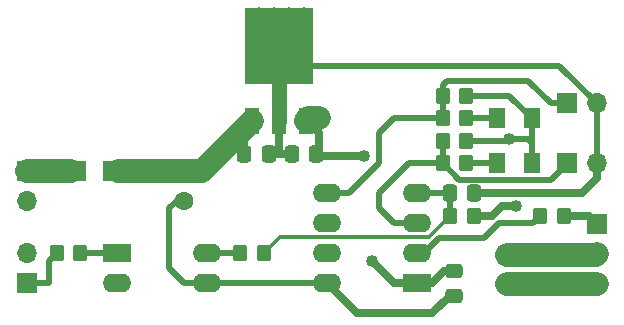
<source format=gtl>
G04 #@! TF.GenerationSoftware,KiCad,Pcbnew,(6.0.7-1)-1*
G04 #@! TF.CreationDate,2022-09-25T23:08:59-07:00*
G04 #@! TF.ProjectId,RCSMCtrl,5243534d-4374-4726-9c2e-6b696361645f,n/c*
G04 #@! TF.SameCoordinates,Original*
G04 #@! TF.FileFunction,Copper,L1,Top*
G04 #@! TF.FilePolarity,Positive*
%FSLAX46Y46*%
G04 Gerber Fmt 4.6, Leading zero omitted, Abs format (unit mm)*
G04 Created by KiCad (PCBNEW (6.0.7-1)-1) date 2022-09-25 23:08:59*
%MOMM*%
%LPD*%
G01*
G04 APERTURE LIST*
G04 Aperture macros list*
%AMRoundRect*
0 Rectangle with rounded corners*
0 $1 Rounding radius*
0 $2 $3 $4 $5 $6 $7 $8 $9 X,Y pos of 4 corners*
0 Add a 4 corners polygon primitive as box body*
4,1,4,$2,$3,$4,$5,$6,$7,$8,$9,$2,$3,0*
0 Add four circle primitives for the rounded corners*
1,1,$1+$1,$2,$3*
1,1,$1+$1,$4,$5*
1,1,$1+$1,$6,$7*
1,1,$1+$1,$8,$9*
0 Add four rect primitives between the rounded corners*
20,1,$1+$1,$2,$3,$4,$5,0*
20,1,$1+$1,$4,$5,$6,$7,0*
20,1,$1+$1,$6,$7,$8,$9,0*
20,1,$1+$1,$8,$9,$2,$3,0*%
G04 Aperture macros list end*
G04 #@! TA.AperFunction,SMDPad,CuDef*
%ADD10RoundRect,0.250000X0.350000X0.450000X-0.350000X0.450000X-0.350000X-0.450000X0.350000X-0.450000X0*%
G04 #@! TD*
G04 #@! TA.AperFunction,SMDPad,CuDef*
%ADD11R,2.500000X1.800000*%
G04 #@! TD*
G04 #@! TA.AperFunction,SMDPad,CuDef*
%ADD12RoundRect,0.250000X-0.337500X-0.475000X0.337500X-0.475000X0.337500X0.475000X-0.337500X0.475000X0*%
G04 #@! TD*
G04 #@! TA.AperFunction,ComponentPad*
%ADD13R,1.700000X1.700000*%
G04 #@! TD*
G04 #@! TA.AperFunction,ComponentPad*
%ADD14O,1.700000X1.700000*%
G04 #@! TD*
G04 #@! TA.AperFunction,SMDPad,CuDef*
%ADD15RoundRect,0.250001X-0.462499X-0.624999X0.462499X-0.624999X0.462499X0.624999X-0.462499X0.624999X0*%
G04 #@! TD*
G04 #@! TA.AperFunction,SMDPad,CuDef*
%ADD16R,1.200000X2.200000*%
G04 #@! TD*
G04 #@! TA.AperFunction,SMDPad,CuDef*
%ADD17R,5.800000X6.400000*%
G04 #@! TD*
G04 #@! TA.AperFunction,ComponentPad*
%ADD18R,1.600000X1.600000*%
G04 #@! TD*
G04 #@! TA.AperFunction,ComponentPad*
%ADD19C,1.600000*%
G04 #@! TD*
G04 #@! TA.AperFunction,SMDPad,CuDef*
%ADD20RoundRect,0.250000X0.337500X0.475000X-0.337500X0.475000X-0.337500X-0.475000X0.337500X-0.475000X0*%
G04 #@! TD*
G04 #@! TA.AperFunction,ComponentPad*
%ADD21R,2.400000X1.600000*%
G04 #@! TD*
G04 #@! TA.AperFunction,ComponentPad*
%ADD22O,2.400000X1.600000*%
G04 #@! TD*
G04 #@! TA.AperFunction,SMDPad,CuDef*
%ADD23RoundRect,0.250000X-0.475000X0.337500X-0.475000X-0.337500X0.475000X-0.337500X0.475000X0.337500X0*%
G04 #@! TD*
G04 #@! TA.AperFunction,ViaPad*
%ADD24C,1.016000*%
G04 #@! TD*
G04 #@! TA.AperFunction,Conductor*
%ADD25C,0.304800*%
G04 #@! TD*
G04 #@! TA.AperFunction,Conductor*
%ADD26C,0.508000*%
G04 #@! TD*
G04 #@! TA.AperFunction,Conductor*
%ADD27C,1.270000*%
G04 #@! TD*
G04 #@! TA.AperFunction,Conductor*
%ADD28C,0.635000*%
G04 #@! TD*
G04 #@! TA.AperFunction,Conductor*
%ADD29C,2.032000*%
G04 #@! TD*
G04 APERTURE END LIST*
D10*
X131810000Y-80010000D03*
X129810000Y-80010000D03*
D11*
X102330000Y-84455000D03*
X98330000Y-84455000D03*
D12*
X113007500Y-82975000D03*
X115082500Y-82975000D03*
D13*
X94615000Y-84450000D03*
D14*
X94615000Y-86990000D03*
D15*
X134402500Y-83820000D03*
X137377500Y-83820000D03*
D10*
X140065000Y-88265000D03*
X138065000Y-88265000D03*
X131810000Y-78105000D03*
X129810000Y-78105000D03*
D16*
X113670000Y-80190000D03*
D17*
X115950000Y-73890000D03*
D16*
X115950000Y-80190000D03*
X118230000Y-80190000D03*
D15*
X134402500Y-80010000D03*
X137377500Y-80010000D03*
D10*
X132460000Y-88265000D03*
X130460000Y-88265000D03*
D18*
X135255000Y-91527621D03*
D19*
X135255000Y-94027621D03*
D13*
X142875000Y-88915000D03*
D14*
X142875000Y-91455000D03*
X142875000Y-93995000D03*
D13*
X140330000Y-78740000D03*
D14*
X142870000Y-78740000D03*
D13*
X140330000Y-83820000D03*
D14*
X142870000Y-83820000D03*
D20*
X119125000Y-82975000D03*
X117050000Y-82975000D03*
D12*
X130422500Y-86360000D03*
X132497500Y-86360000D03*
D21*
X102220000Y-91435000D03*
D22*
X102220000Y-93975000D03*
X109840000Y-93975000D03*
X109840000Y-91435000D03*
D13*
X94615000Y-93980000D03*
D14*
X94615000Y-91440000D03*
D23*
X130810000Y-92942500D03*
X130810000Y-95017500D03*
D10*
X131810000Y-81915000D03*
X129810000Y-81915000D03*
X114665000Y-91440000D03*
X112665000Y-91440000D03*
X99155000Y-91440000D03*
X97155000Y-91440000D03*
D21*
X127650000Y-93970000D03*
D22*
X127650000Y-91430000D03*
X127650000Y-88890000D03*
X127650000Y-86350000D03*
X120030000Y-86350000D03*
X120030000Y-88890000D03*
X120030000Y-91430000D03*
X120030000Y-93970000D03*
D18*
X107950000Y-84455000D03*
D19*
X107950000Y-86955000D03*
D10*
X131810000Y-83820000D03*
X129810000Y-83820000D03*
D24*
X114300000Y-72390000D03*
X115570000Y-71120000D03*
X118110000Y-73660000D03*
X115570000Y-72390000D03*
X118110000Y-71120000D03*
X115950000Y-73890000D03*
X118110000Y-76200000D03*
X118110000Y-74930000D03*
X114300000Y-73660000D03*
X116840000Y-72390000D03*
X116840000Y-71120000D03*
X115950000Y-75820000D03*
X114300000Y-74930000D03*
X114300000Y-71120000D03*
X118110000Y-72390000D03*
X114300000Y-76200000D03*
X123825000Y-92075000D03*
X123190000Y-83185000D03*
X119380000Y-80010000D03*
X136016012Y-87385000D03*
X135436500Y-81763787D03*
D25*
X116062600Y-90042400D02*
X128682600Y-90042400D01*
X114665000Y-91440000D02*
X116062600Y-90042400D01*
D26*
X130422500Y-86360000D02*
X130422500Y-88227500D01*
D25*
X128682600Y-90042400D02*
X130460000Y-88265000D01*
D26*
X127660000Y-86360000D02*
X127650000Y-86350000D01*
X130422500Y-86360000D02*
X127660000Y-86360000D01*
X130422500Y-88227500D02*
X130460000Y-88265000D01*
D27*
X115950000Y-75820000D02*
X115950000Y-73890000D01*
D26*
X109840000Y-93975000D02*
X107945000Y-93975000D01*
X142870000Y-78740000D02*
X142870000Y-83820000D01*
X120025000Y-93975000D02*
X120030000Y-93970000D01*
D28*
X115995000Y-82975000D02*
X117050000Y-82975000D01*
D29*
X142842379Y-94027621D02*
X142875000Y-93995000D01*
D28*
X128905000Y-96520000D02*
X122580000Y-96520000D01*
D26*
X139695000Y-75565000D02*
X118745000Y-75565000D01*
D28*
X115950000Y-80190000D02*
X115950000Y-82930000D01*
D26*
X106680000Y-87630000D02*
X107355000Y-86955000D01*
D28*
X115950000Y-82930000D02*
X115995000Y-82975000D01*
X130407500Y-95017500D02*
X128905000Y-96520000D01*
X115082500Y-82975000D02*
X115995000Y-82975000D01*
D26*
X109840000Y-93975000D02*
X120025000Y-93975000D01*
D28*
X122580000Y-96520000D02*
X120030000Y-93970000D01*
D27*
X115950000Y-80190000D02*
X115950000Y-75820000D01*
D26*
X142870000Y-78740000D02*
X139695000Y-75565000D01*
D28*
X142875000Y-85090000D02*
X142870000Y-85085000D01*
X142870000Y-85085000D02*
X142870000Y-83820000D01*
D26*
X107945000Y-93975000D02*
X106680000Y-92710000D01*
D28*
X132497500Y-86360000D02*
X141605000Y-86360000D01*
X141605000Y-86360000D02*
X142875000Y-85090000D01*
D26*
X106680000Y-92710000D02*
X106680000Y-87630000D01*
D28*
X130810000Y-95017500D02*
X130407500Y-95017500D01*
D26*
X118745000Y-75565000D02*
X118110000Y-74930000D01*
X107355000Y-86955000D02*
X107950000Y-86955000D01*
D29*
X135255000Y-94027621D02*
X142842379Y-94027621D01*
X107950000Y-84455000D02*
X109405000Y-84455000D01*
X109405000Y-84455000D02*
X113670000Y-80190000D01*
D28*
X113007500Y-82975000D02*
X113007500Y-80852500D01*
D29*
X102330000Y-84455000D02*
X107950000Y-84455000D01*
D28*
X113007500Y-80852500D02*
X113670000Y-80190000D01*
X123190000Y-83185000D02*
X119335000Y-83185000D01*
X119335000Y-83185000D02*
X119125000Y-82975000D01*
D29*
X142802379Y-91527621D02*
X142875000Y-91455000D01*
D28*
X118290000Y-80190000D02*
X119380000Y-81280000D01*
X119380000Y-82720000D02*
X119125000Y-82975000D01*
D26*
X137377500Y-82132500D02*
X137008787Y-81763787D01*
D29*
X135255000Y-91527621D02*
X142802379Y-91527621D01*
X118410000Y-80010000D02*
X118230000Y-80190000D01*
D28*
X130810000Y-92942500D02*
X129942500Y-92942500D01*
X118230000Y-80190000D02*
X118290000Y-80190000D01*
D26*
X131810000Y-81915000D02*
X135285287Y-81915000D01*
D28*
X132460000Y-88265000D02*
X133985000Y-88265000D01*
X134865000Y-87385000D02*
X136016012Y-87385000D01*
X119380000Y-81280000D02*
X119380000Y-82720000D01*
D26*
X131810000Y-78105000D02*
X135472500Y-78105000D01*
D28*
X128905000Y-93980000D02*
X127660000Y-93980000D01*
X127650000Y-93970000D02*
X125720000Y-93970000D01*
X125720000Y-93970000D02*
X123825000Y-92075000D01*
D26*
X137377500Y-82132500D02*
X137377500Y-83820000D01*
D28*
X129942500Y-92942500D02*
X128905000Y-93980000D01*
D26*
X137377500Y-80010000D02*
X137377500Y-82132500D01*
X135285287Y-81915000D02*
X135436500Y-81763787D01*
D28*
X133985000Y-88265000D02*
X134865000Y-87385000D01*
D26*
X137008787Y-81763787D02*
X135436500Y-81763787D01*
D29*
X119380000Y-80010000D02*
X118410000Y-80010000D01*
D26*
X135472500Y-78105000D02*
X137377500Y-80010000D01*
D28*
X127660000Y-93980000D02*
X127650000Y-93970000D01*
D29*
X98330000Y-84455000D02*
X94620000Y-84455000D01*
X94620000Y-84455000D02*
X94615000Y-84450000D01*
D26*
X134402500Y-83820000D02*
X131810000Y-83820000D01*
X134402500Y-80010000D02*
X131810000Y-80010000D01*
X96520000Y-92075000D02*
X96520000Y-93980000D01*
X96520000Y-93980000D02*
X94615000Y-93980000D01*
X97155000Y-91440000D02*
X96520000Y-92075000D01*
X134620000Y-88900000D02*
X137430000Y-88900000D01*
X127650000Y-91430000D02*
X128280000Y-91430000D01*
X137430000Y-88900000D02*
X138065000Y-88265000D01*
X133350000Y-90170000D02*
X134620000Y-88900000D01*
X128280000Y-91430000D02*
X129540000Y-90170000D01*
X129540000Y-90170000D02*
X133350000Y-90170000D01*
X129810000Y-81915000D02*
X129810000Y-83820000D01*
X125730000Y-88900000D02*
X124460000Y-87630000D01*
X127000000Y-83820000D02*
X129810000Y-83820000D01*
X127650000Y-88890000D02*
X125740000Y-88890000D01*
X131171000Y-85181000D02*
X138974000Y-85181000D01*
X138974000Y-85181000D02*
X140330000Y-83825000D01*
X124460000Y-86360000D02*
X127000000Y-83820000D01*
X129810000Y-83820000D02*
X131171000Y-85181000D01*
X125740000Y-88890000D02*
X125730000Y-88900000D01*
X140330000Y-83825000D02*
X140330000Y-83820000D01*
X124460000Y-87630000D02*
X124460000Y-86360000D01*
X99160000Y-91435000D02*
X99155000Y-91440000D01*
X102220000Y-91435000D02*
X99160000Y-91435000D01*
X124460000Y-83820000D02*
X124460000Y-81280000D01*
X138972000Y-78740000D02*
X137067000Y-76835000D01*
X129810000Y-80010000D02*
X129810000Y-78105000D01*
X121930000Y-86350000D02*
X120030000Y-86350000D01*
X140330000Y-78740000D02*
X138972000Y-78740000D01*
X129810000Y-77200000D02*
X129810000Y-78105000D01*
X121930000Y-86350000D02*
X124460000Y-83820000D01*
X137067000Y-76835000D02*
X130175000Y-76835000D01*
X124460000Y-81280000D02*
X125730000Y-80010000D01*
X125730000Y-80010000D02*
X129810000Y-80010000D01*
X130175000Y-76835000D02*
X129810000Y-77200000D01*
X112660000Y-91435000D02*
X112665000Y-91440000D01*
X109840000Y-91435000D02*
X112660000Y-91435000D01*
X142875000Y-88915000D02*
X142225000Y-88265000D01*
D28*
X140065000Y-88265000D02*
X142225000Y-88265000D01*
M02*

</source>
